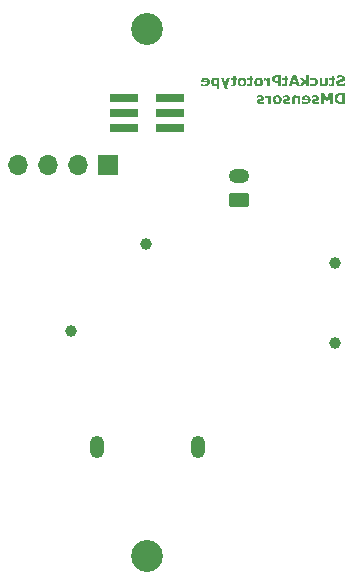
<source format=gbr>
%TF.GenerationSoftware,KiCad,Pcbnew,8.0.6*%
%TF.CreationDate,2024-10-17T17:53:17-05:00*%
%TF.ProjectId,racer,72616365-722e-46b6-9963-61645f706362,rev?*%
%TF.SameCoordinates,Original*%
%TF.FileFunction,Soldermask,Bot*%
%TF.FilePolarity,Negative*%
%FSLAX46Y46*%
G04 Gerber Fmt 4.6, Leading zero omitted, Abs format (unit mm)*
G04 Created by KiCad (PCBNEW 8.0.6) date 2024-10-17 17:53:17*
%MOMM*%
%LPD*%
G01*
G04 APERTURE LIST*
G04 Aperture macros list*
%AMRoundRect*
0 Rectangle with rounded corners*
0 $1 Rounding radius*
0 $2 $3 $4 $5 $6 $7 $8 $9 X,Y pos of 4 corners*
0 Add a 4 corners polygon primitive as box body*
4,1,4,$2,$3,$4,$5,$6,$7,$8,$9,$2,$3,0*
0 Add four circle primitives for the rounded corners*
1,1,$1+$1,$2,$3*
1,1,$1+$1,$4,$5*
1,1,$1+$1,$6,$7*
1,1,$1+$1,$8,$9*
0 Add four rect primitives between the rounded corners*
20,1,$1+$1,$2,$3,$4,$5,0*
20,1,$1+$1,$4,$5,$6,$7,0*
20,1,$1+$1,$6,$7,$8,$9,0*
20,1,$1+$1,$8,$9,$2,$3,0*%
G04 Aperture macros list end*
%ADD10C,0.101600*%
%ADD11C,2.700000*%
%ADD12RoundRect,0.250000X0.625000X-0.350000X0.625000X0.350000X-0.625000X0.350000X-0.625000X-0.350000X0*%
%ADD13O,1.750000X1.200000*%
%ADD14O,1.204000X1.904000*%
%ADD15R,1.700000X1.700000*%
%ADD16O,1.700000X1.700000*%
%ADD17C,1.000000*%
%ADD18R,2.400000X0.740000*%
G04 APERTURE END LIST*
D10*
G36*
X33979408Y43077527D02*
G01*
X33983415Y43029450D01*
X33995438Y42984886D01*
X34015476Y42943833D01*
X34043530Y42906291D01*
X34079598Y42872261D01*
X34093402Y42861697D01*
X34130951Y42837802D01*
X34172486Y42817957D01*
X34218007Y42802162D01*
X34267515Y42790417D01*
X34321009Y42782722D01*
X34366674Y42779482D01*
X34402598Y42778753D01*
X34450614Y42779709D01*
X34495865Y42782577D01*
X34544198Y42788195D01*
X34588920Y42796310D01*
X34599537Y42798729D01*
X34645945Y42810930D01*
X34690635Y42824813D01*
X34733608Y42840380D01*
X34756740Y42849755D01*
X34756740Y43070578D01*
X34731118Y43070578D01*
X34693677Y43042148D01*
X34654091Y43017218D01*
X34612361Y42995790D01*
X34568487Y42977863D01*
X34523866Y42963709D01*
X34480114Y42953599D01*
X34431931Y42947058D01*
X34395215Y42945510D01*
X34351750Y42947804D01*
X34339195Y42948984D01*
X34295673Y42956758D01*
X34282307Y42961144D01*
X34243673Y42982962D01*
X34238012Y42987851D01*
X34220913Y43028153D01*
X34220641Y43035837D01*
X34236147Y43076942D01*
X34246046Y43086646D01*
X34284299Y43108651D01*
X34320088Y43119650D01*
X34362831Y43129243D01*
X34407438Y43138262D01*
X34428654Y43142232D01*
X34473870Y43151808D01*
X34516720Y43163248D01*
X34535700Y43169156D01*
X34582866Y43186552D01*
X34623861Y43206442D01*
X34663155Y43232226D01*
X34697726Y43265127D01*
X34700937Y43269037D01*
X34725288Y43306878D01*
X34741670Y43349563D01*
X34750082Y43397091D01*
X34751312Y43425589D01*
X34747312Y43471026D01*
X34735312Y43513212D01*
X34715312Y43552145D01*
X34687312Y43587827D01*
X34651312Y43620257D01*
X34637535Y43630344D01*
X34600326Y43653239D01*
X34559948Y43672252D01*
X34516400Y43687386D01*
X34469681Y43698639D01*
X34419793Y43706012D01*
X34366735Y43709504D01*
X34344624Y43709815D01*
X34299827Y43708756D01*
X34255328Y43705581D01*
X34211128Y43700288D01*
X34167227Y43692878D01*
X34119756Y43682665D01*
X34076029Y43671077D01*
X34031835Y43656590D01*
X34015452Y43650320D01*
X34015452Y43445782D01*
X34040422Y43445782D01*
X34077173Y43470366D01*
X34118759Y43492279D01*
X34160320Y43509716D01*
X34175044Y43515047D01*
X34220143Y43528587D01*
X34265791Y43537696D01*
X34311989Y43542373D01*
X34337893Y43543057D01*
X34381740Y43540859D01*
X34396301Y43539149D01*
X34440231Y43528934D01*
X34452104Y43524601D01*
X34489866Y43500976D01*
X34493142Y43497677D01*
X34510078Y43456422D01*
X34495945Y43413758D01*
X34482720Y43401704D01*
X34442930Y43383628D01*
X34397058Y43371140D01*
X34378713Y43367180D01*
X34335764Y43358334D01*
X34291406Y43349040D01*
X34282741Y43347204D01*
X34237856Y43336626D01*
X34193208Y43323825D01*
X34183295Y43320714D01*
X34140220Y43304731D01*
X34097405Y43283615D01*
X34057412Y43256226D01*
X34029131Y43228650D01*
X34002910Y43188888D01*
X33987614Y43147301D01*
X33980185Y43100217D01*
X33979408Y43077527D01*
G37*
G36*
X33396843Y42785484D02*
G01*
X33440403Y42775593D01*
X33471971Y42770502D01*
X33516103Y42766268D01*
X33561932Y42764879D01*
X33569029Y42764857D01*
X33614845Y42766696D01*
X33662470Y42773493D01*
X33709215Y42787393D01*
X33747762Y42807834D01*
X33760105Y42817185D01*
X33790333Y42852634D01*
X33808898Y42894035D01*
X33818730Y42937897D01*
X33822578Y42988887D01*
X33822639Y42996753D01*
X33822639Y43320714D01*
X33912965Y43320714D01*
X33912965Y43473575D01*
X33822639Y43473575D01*
X33822639Y43668125D01*
X33602684Y43668125D01*
X33602684Y43473575D01*
X33396843Y43473575D01*
X33396843Y43320714D01*
X33602684Y43320714D01*
X33602684Y43076224D01*
X33602403Y43032559D01*
X33602033Y43012821D01*
X33594409Y42969860D01*
X33592262Y42964401D01*
X33563424Y42931107D01*
X33562080Y42930311D01*
X33518396Y42918505D01*
X33498895Y42917717D01*
X33455675Y42926887D01*
X33453949Y42927488D01*
X33415082Y42945510D01*
X33396843Y42945510D01*
X33396843Y42785484D01*
G37*
G36*
X32585855Y42792649D02*
G01*
X32805593Y42792649D01*
X32805593Y42859960D01*
X32842730Y42832989D01*
X32881279Y42808414D01*
X32917416Y42789175D01*
X32961783Y42773430D01*
X33008525Y42766020D01*
X33038358Y42764857D01*
X33085547Y42767994D01*
X33133370Y42779265D01*
X33174680Y42798732D01*
X33209475Y42826396D01*
X33213367Y42830430D01*
X33240155Y42867234D01*
X33259290Y42911855D01*
X33269754Y42957310D01*
X33274060Y43001035D01*
X33274598Y43024546D01*
X33274598Y43473575D01*
X33053557Y43473575D01*
X33053557Y43132678D01*
X33052842Y43087796D01*
X33050300Y43046042D01*
X33040820Y43002584D01*
X33034667Y42988937D01*
X33003785Y42957994D01*
X32999492Y42955933D01*
X32956135Y42946335D01*
X32933918Y42945510D01*
X32890313Y42950895D01*
X32871601Y42955933D01*
X32829735Y42972777D01*
X32805593Y42986548D01*
X32805593Y43473575D01*
X32585855Y43473575D01*
X32585855Y42792649D01*
G37*
G36*
X32025872Y42764857D02*
G01*
X32069841Y42766227D01*
X32116971Y42771046D01*
X32161627Y42779334D01*
X32190024Y42786787D01*
X32234434Y42802669D01*
X32275112Y42823173D01*
X32312059Y42848301D01*
X32319000Y42853881D01*
X32350552Y42884555D01*
X32377354Y42919851D01*
X32399407Y42959771D01*
X32403247Y42968309D01*
X32419049Y43013775D01*
X32428266Y43058647D01*
X32432743Y43107263D01*
X32433212Y43130072D01*
X32431217Y43177163D01*
X32425232Y43220942D01*
X32413730Y43266236D01*
X32401293Y43298567D01*
X32378728Y43340568D01*
X32351200Y43377820D01*
X32318711Y43410322D01*
X32311618Y43416252D01*
X32275223Y43441490D01*
X32235520Y43462104D01*
X32192509Y43478097D01*
X32183510Y43480740D01*
X32137518Y43491618D01*
X32090466Y43498467D01*
X32042353Y43501287D01*
X32032603Y43501368D01*
X31985669Y43499598D01*
X31941301Y43494287D01*
X31903193Y43486386D01*
X31859865Y43474030D01*
X31818796Y43459109D01*
X31792673Y43447736D01*
X31792673Y43265128D01*
X31823722Y43265128D01*
X31854555Y43285973D01*
X31893996Y43307084D01*
X31898850Y43309206D01*
X31941121Y43324123D01*
X31954002Y43327445D01*
X31997346Y43333764D01*
X32023484Y43334611D01*
X32069737Y43330248D01*
X32113596Y43315168D01*
X32149525Y43289315D01*
X32158757Y43279459D01*
X32183719Y43241266D01*
X32198280Y43200293D01*
X32205352Y43153068D01*
X32206092Y43130072D01*
X32203065Y43084258D01*
X32192426Y43039724D01*
X32171621Y42998943D01*
X32157671Y42981989D01*
X32123308Y42955424D01*
X32081014Y42938698D01*
X32036168Y42932057D01*
X32019793Y42931614D01*
X31975747Y42934087D01*
X31945099Y42939431D01*
X31902977Y42952125D01*
X31889731Y42957887D01*
X31853252Y42979166D01*
X31823722Y43001096D01*
X31792673Y43001096D01*
X31792673Y42816968D01*
X31835589Y42799175D01*
X31880011Y42784606D01*
X31901021Y42778970D01*
X31945041Y42770370D01*
X31988344Y42765973D01*
X32025872Y42764857D01*
G37*
G36*
X30923059Y42792649D02*
G01*
X31179058Y42792649D01*
X31371437Y43089252D01*
X31431148Y43017164D01*
X31431148Y42792649D01*
X31651103Y42792649D01*
X31651103Y43751504D01*
X31431148Y43751504D01*
X31431148Y43172847D01*
X31194257Y43473575D01*
X30940864Y43473575D01*
X31187526Y43180013D01*
X30923059Y42792649D01*
G37*
G36*
X30905472Y42792649D02*
G01*
X30669232Y42792649D01*
X30606264Y42973303D01*
X30269275Y42973303D01*
X30206307Y42792649D01*
X29963988Y42792649D01*
X30093098Y43140061D01*
X30325947Y43140061D01*
X30549592Y43140061D01*
X30437770Y43464890D01*
X30325947Y43140061D01*
X30093098Y43140061D01*
X30299674Y43695918D01*
X30569786Y43695918D01*
X30905472Y42792649D01*
G37*
G36*
X29412039Y42785484D02*
G01*
X29455598Y42775593D01*
X29487166Y42770502D01*
X29531298Y42766268D01*
X29577127Y42764879D01*
X29584224Y42764857D01*
X29630041Y42766696D01*
X29677666Y42773493D01*
X29724410Y42787393D01*
X29762958Y42807834D01*
X29775300Y42817185D01*
X29805529Y42852634D01*
X29824094Y42894035D01*
X29833926Y42937897D01*
X29837773Y42988887D01*
X29837834Y42996753D01*
X29837834Y43320714D01*
X29928161Y43320714D01*
X29928161Y43473575D01*
X29837834Y43473575D01*
X29837834Y43668125D01*
X29617880Y43668125D01*
X29617880Y43473575D01*
X29412039Y43473575D01*
X29412039Y43320714D01*
X29617880Y43320714D01*
X29617880Y43076224D01*
X29617599Y43032559D01*
X29617228Y43012821D01*
X29609605Y42969860D01*
X29607457Y42964401D01*
X29578620Y42931107D01*
X29577276Y42930311D01*
X29533592Y42918505D01*
X29514090Y42917717D01*
X29470871Y42926887D01*
X29469144Y42927488D01*
X29430278Y42945510D01*
X29412039Y42945510D01*
X29412039Y42785484D01*
G37*
G36*
X29272206Y42792649D02*
G01*
X29037703Y42792649D01*
X29037703Y43084475D01*
X28891790Y43084475D01*
X28861446Y43085143D01*
X28816225Y43088990D01*
X28770250Y43097406D01*
X28725250Y43111833D01*
X28716940Y43115356D01*
X28676864Y43136047D01*
X28639247Y43161870D01*
X28604091Y43192824D01*
X28587590Y43211080D01*
X28561631Y43249617D01*
X28543077Y43290533D01*
X28533672Y43319805D01*
X28524604Y43364375D01*
X28521972Y43403876D01*
X28764117Y43403876D01*
X28765114Y43380093D01*
X28774322Y43336131D01*
X28780103Y43322818D01*
X28806892Y43288579D01*
X28830317Y43272844D01*
X28872031Y43258615D01*
X28882026Y43256884D01*
X28925429Y43252450D01*
X28970609Y43251232D01*
X29037703Y43251232D01*
X29037703Y43529161D01*
X28997317Y43529161D01*
X28993716Y43529159D01*
X28948071Y43528827D01*
X28904601Y43527641D01*
X28876052Y43524184D01*
X28833165Y43511139D01*
X28816609Y43502407D01*
X28784962Y43471404D01*
X28772259Y43448676D01*
X28764117Y43403876D01*
X28521972Y43403876D01*
X28521581Y43409738D01*
X28524422Y43456659D01*
X28534111Y43503178D01*
X28550676Y43544360D01*
X28568982Y43574274D01*
X28599801Y43609190D01*
X28634489Y43636207D01*
X28655198Y43648589D01*
X28697186Y43667725D01*
X28740015Y43680936D01*
X28747558Y43682750D01*
X28792834Y43690636D01*
X28839559Y43694733D01*
X28886145Y43695918D01*
X29272206Y43695918D01*
X29272206Y42792649D01*
G37*
G36*
X27875179Y43251232D02*
G01*
X27894721Y43251232D01*
X27938164Y43261434D01*
X27940101Y43261654D01*
X27983677Y43265006D01*
X27991779Y43265128D01*
X28036128Y43263609D01*
X28074940Y43259049D01*
X28119656Y43249178D01*
X28152456Y43239073D01*
X28152456Y42792649D01*
X28372411Y42792649D01*
X28372411Y43473575D01*
X28152456Y43473575D01*
X28152456Y43372826D01*
X28117281Y43401284D01*
X28080564Y43426843D01*
X28039792Y43448798D01*
X28026086Y43454250D01*
X27983767Y43466762D01*
X27938500Y43473273D01*
X27927074Y43473575D01*
X27901018Y43472924D01*
X27875179Y43470970D01*
X27875179Y43251232D01*
G37*
G36*
X27439523Y43501272D02*
G01*
X27492167Y43497918D01*
X27541015Y43489771D01*
X27586068Y43476832D01*
X27627325Y43459101D01*
X27664787Y43436578D01*
X27704730Y43403224D01*
X27738453Y43363817D01*
X27765198Y43319205D01*
X27782156Y43278050D01*
X27794269Y43233281D01*
X27801537Y43184896D01*
X27803960Y43132895D01*
X27801553Y43081197D01*
X27794333Y43033040D01*
X27782300Y42988424D01*
X27765453Y42947349D01*
X27738883Y42902734D01*
X27705382Y42863217D01*
X27699143Y42857166D01*
X27658441Y42824891D01*
X27620242Y42803279D01*
X27578153Y42786469D01*
X27532173Y42774462D01*
X27482301Y42767258D01*
X27428539Y42764857D01*
X27417462Y42764953D01*
X27364417Y42768315D01*
X27315274Y42776479D01*
X27270032Y42789447D01*
X27228693Y42807217D01*
X27191254Y42829790D01*
X27151478Y42863217D01*
X27117977Y42902734D01*
X27091407Y42947349D01*
X27074561Y42988424D01*
X27062527Y43033040D01*
X27055307Y43081197D01*
X27052962Y43131592D01*
X27280672Y43131592D01*
X27280765Y43119348D01*
X27283332Y43072153D01*
X27291311Y43027152D01*
X27300818Y43000373D01*
X27323447Y42962664D01*
X27332106Y42952689D01*
X27369479Y42927923D01*
X27383226Y42923458D01*
X27426584Y42917717D01*
X27445542Y42918593D01*
X27488684Y42928791D01*
X27501780Y42935251D01*
X27535368Y42964401D01*
X27551018Y42989978D01*
X27565766Y43032146D01*
X27568209Y43042914D01*
X27574468Y43087526D01*
X27576188Y43131592D01*
X27576002Y43147317D01*
X27572818Y43193691D01*
X27564246Y43238204D01*
X27555086Y43265184D01*
X27532328Y43304864D01*
X27522270Y43315516D01*
X27484993Y43339822D01*
X27472182Y43343622D01*
X27428539Y43348507D01*
X27412864Y43347842D01*
X27369262Y43337868D01*
X27355976Y43331625D01*
X27322144Y43301824D01*
X27306707Y43276733D01*
X27291746Y43234947D01*
X27287982Y43218611D01*
X27282229Y43175032D01*
X27280672Y43131592D01*
X27052962Y43131592D01*
X27052901Y43132895D01*
X27055297Y43184536D01*
X27062485Y43232657D01*
X27074465Y43277258D01*
X27091238Y43318339D01*
X27117691Y43362991D01*
X27151044Y43402573D01*
X27163604Y43414536D01*
X27205110Y43445796D01*
X27244083Y43466539D01*
X27287043Y43482458D01*
X27333990Y43493553D01*
X27384922Y43499824D01*
X27428539Y43501368D01*
X27439523Y43501272D01*
G37*
G36*
X26461650Y42785484D02*
G01*
X26505210Y42775593D01*
X26536778Y42770502D01*
X26580910Y42766268D01*
X26626739Y42764879D01*
X26633836Y42764857D01*
X26679652Y42766696D01*
X26727278Y42773493D01*
X26774022Y42787393D01*
X26812570Y42807834D01*
X26824912Y42817185D01*
X26855141Y42852634D01*
X26873706Y42894035D01*
X26883538Y42937897D01*
X26887385Y42988887D01*
X26887446Y42996753D01*
X26887446Y43320714D01*
X26977773Y43320714D01*
X26977773Y43473575D01*
X26887446Y43473575D01*
X26887446Y43668125D01*
X26667491Y43668125D01*
X26667491Y43473575D01*
X26461650Y43473575D01*
X26461650Y43320714D01*
X26667491Y43320714D01*
X26667491Y43076224D01*
X26667211Y43032559D01*
X26666840Y43012821D01*
X26659217Y42969860D01*
X26657069Y42964401D01*
X26628232Y42931107D01*
X26626888Y42930311D01*
X26583204Y42918505D01*
X26563702Y42917717D01*
X26520483Y42926887D01*
X26518756Y42927488D01*
X26479889Y42945510D01*
X26461650Y42945510D01*
X26461650Y42785484D01*
G37*
G36*
X26019480Y43501272D02*
G01*
X26072124Y43497918D01*
X26120973Y43489771D01*
X26166025Y43476832D01*
X26207282Y43459101D01*
X26244744Y43436578D01*
X26284688Y43403224D01*
X26318410Y43363817D01*
X26345156Y43319205D01*
X26362114Y43278050D01*
X26374227Y43233281D01*
X26381495Y43184896D01*
X26383917Y43132895D01*
X26381510Y43081197D01*
X26374290Y43033040D01*
X26362257Y42988424D01*
X26345410Y42947349D01*
X26318840Y42902734D01*
X26285339Y42863217D01*
X26279100Y42857166D01*
X26238398Y42824891D01*
X26200200Y42803279D01*
X26158110Y42786469D01*
X26112130Y42774462D01*
X26062259Y42767258D01*
X26008496Y42764857D01*
X25997419Y42764953D01*
X25944374Y42768315D01*
X25895231Y42776479D01*
X25849990Y42789447D01*
X25808650Y42807217D01*
X25771212Y42829790D01*
X25731436Y42863217D01*
X25697935Y42902734D01*
X25671365Y42947349D01*
X25654518Y42988424D01*
X25642485Y43033040D01*
X25635265Y43081197D01*
X25632919Y43131592D01*
X25860629Y43131592D01*
X25860723Y43119348D01*
X25863289Y43072153D01*
X25871269Y43027152D01*
X25880775Y43000373D01*
X25903404Y42962664D01*
X25912064Y42952689D01*
X25949436Y42927923D01*
X25963183Y42923458D01*
X26006542Y42917717D01*
X26025500Y42918593D01*
X26068642Y42928791D01*
X26081737Y42935251D01*
X26115325Y42964401D01*
X26130975Y42989978D01*
X26145723Y43032146D01*
X26148166Y43042914D01*
X26154426Y43087526D01*
X26156146Y43131592D01*
X26155959Y43147317D01*
X26152775Y43193691D01*
X26144204Y43238204D01*
X26135044Y43265184D01*
X26112285Y43304864D01*
X26102228Y43315516D01*
X26064950Y43339822D01*
X26052140Y43343622D01*
X26008496Y43348507D01*
X25992822Y43347842D01*
X25949219Y43337868D01*
X25935933Y43331625D01*
X25902101Y43301824D01*
X25886665Y43276733D01*
X25871703Y43234947D01*
X25867940Y43218611D01*
X25862187Y43175032D01*
X25860629Y43131592D01*
X25632919Y43131592D01*
X25632858Y43132895D01*
X25635254Y43184536D01*
X25642442Y43232657D01*
X25654423Y43277258D01*
X25671195Y43318339D01*
X25697648Y43362991D01*
X25731002Y43402573D01*
X25743561Y43414536D01*
X25785067Y43445796D01*
X25824041Y43466539D01*
X25867001Y43482458D01*
X25913947Y43493553D01*
X25964880Y43499824D01*
X26008496Y43501368D01*
X26019480Y43501272D01*
G37*
G36*
X25041608Y42785484D02*
G01*
X25085167Y42775593D01*
X25116735Y42770502D01*
X25160867Y42766268D01*
X25206697Y42764879D01*
X25213793Y42764857D01*
X25259610Y42766696D01*
X25307235Y42773493D01*
X25353980Y42787393D01*
X25392527Y42807834D01*
X25404869Y42817185D01*
X25435098Y42852634D01*
X25453663Y42894035D01*
X25463495Y42937897D01*
X25467342Y42988887D01*
X25467403Y42996753D01*
X25467403Y43320714D01*
X25557730Y43320714D01*
X25557730Y43473575D01*
X25467403Y43473575D01*
X25467403Y43668125D01*
X25247449Y43668125D01*
X25247449Y43473575D01*
X25041608Y43473575D01*
X25041608Y43320714D01*
X25247449Y43320714D01*
X25247449Y43076224D01*
X25247168Y43032559D01*
X25246797Y43012821D01*
X25239174Y42969860D01*
X25237027Y42964401D01*
X25208189Y42931107D01*
X25206845Y42930311D01*
X25163161Y42918505D01*
X25143660Y42917717D01*
X25100440Y42926887D01*
X25098713Y42927488D01*
X25059847Y42945510D01*
X25041608Y42945510D01*
X25041608Y42785484D01*
G37*
G36*
X24604304Y43030192D02*
G01*
X24447969Y43473575D01*
X24221935Y43473575D01*
X24603001Y42542514D01*
X24841195Y42542514D01*
X24732629Y42792649D01*
X24999484Y43473575D01*
X24768673Y43473575D01*
X24604304Y43030192D01*
G37*
G36*
X23692771Y43499522D02*
G01*
X23739193Y43489833D01*
X23781157Y43471838D01*
X23810665Y43454474D01*
X23849474Y43428596D01*
X23884512Y43402139D01*
X23884512Y43473575D01*
X24104467Y43473575D01*
X24104467Y42542514D01*
X23884512Y42542514D01*
X23884512Y42812626D01*
X23881840Y42811211D01*
X23842226Y42792432D01*
X23800916Y42777450D01*
X23790385Y42774499D01*
X23746060Y42766935D01*
X23701470Y42764857D01*
X23670162Y42766431D01*
X23625083Y42774695D01*
X23582264Y42790044D01*
X23551925Y42805979D01*
X23514358Y42833103D01*
X23482818Y42863869D01*
X23455782Y42898641D01*
X23432595Y42939366D01*
X23414856Y42981554D01*
X23407349Y43004260D01*
X23397044Y43047053D01*
X23390861Y43092320D01*
X23388800Y43140061D01*
X23388806Y43140278D01*
X23615268Y43140278D01*
X23616313Y43108855D01*
X23622328Y43063916D01*
X23635486Y43021210D01*
X23658043Y42983508D01*
X23663564Y42977224D01*
X23700144Y42949909D01*
X23742527Y42935719D01*
X23788105Y42931614D01*
X23794199Y42931651D01*
X23837611Y42934002D01*
X23842267Y42934544D01*
X23884512Y42945293D01*
X23884512Y43297264D01*
X23863578Y43308653D01*
X23821761Y43324840D01*
X23801303Y43329992D01*
X23757490Y43334611D01*
X23727093Y43332398D01*
X23683831Y43318306D01*
X23649575Y43288362D01*
X23641535Y43275978D01*
X23624951Y43232898D01*
X23617413Y43187802D01*
X23615268Y43140278D01*
X23388806Y43140278D01*
X23389913Y43181058D01*
X23394433Y43229136D01*
X23402432Y43273695D01*
X23416620Y43322519D01*
X23435816Y43366275D01*
X23460019Y43404961D01*
X23483607Y43432735D01*
X23521332Y43463709D01*
X23564543Y43485457D01*
X23613240Y43497979D01*
X23659346Y43501368D01*
X23692771Y43499522D01*
G37*
G36*
X22916970Y43500974D02*
G01*
X22970240Y43496547D01*
X23019747Y43487200D01*
X23065490Y43472934D01*
X23107469Y43453748D01*
X23145684Y43429643D01*
X23180136Y43400619D01*
X23192731Y43387745D01*
X23220662Y43353112D01*
X23243515Y43314981D01*
X23261289Y43273350D01*
X23273985Y43228221D01*
X23281603Y43179593D01*
X23284142Y43127467D01*
X23283713Y43106012D01*
X23278885Y43055104D01*
X23268692Y43008099D01*
X23253134Y42964995D01*
X23232212Y42925792D01*
X23205925Y42890491D01*
X23174274Y42859092D01*
X23137581Y42831944D01*
X23096170Y42809397D01*
X23050041Y42791452D01*
X22999194Y42778108D01*
X22955120Y42770746D01*
X22908026Y42766329D01*
X22857912Y42764857D01*
X22852932Y42764870D01*
X22804620Y42766473D01*
X22759022Y42770748D01*
X22712000Y42778536D01*
X22699549Y42781209D01*
X22656971Y42792269D01*
X22612738Y42806637D01*
X22571515Y42822397D01*
X22571515Y43001096D01*
X22596051Y43001096D01*
X22619484Y42984306D01*
X22657515Y42962881D01*
X22699189Y42944208D01*
X22740461Y42930238D01*
X22786840Y42920848D01*
X22834245Y42917717D01*
X22867275Y42918852D01*
X22914698Y42925386D01*
X22960068Y42939680D01*
X23000568Y42964184D01*
X23010701Y42973259D01*
X23037944Y43008746D01*
X23055137Y43052291D01*
X23062016Y43098371D01*
X22558705Y43098371D01*
X22558705Y43175019D01*
X22559445Y43204007D01*
X22561381Y43223439D01*
X22777356Y43223439D01*
X23062668Y43223439D01*
X23060232Y43243056D01*
X23045714Y43285874D01*
X23016853Y43318760D01*
X23000677Y43328869D01*
X22956819Y43344324D01*
X22912412Y43348507D01*
X22895877Y43348015D01*
X22849914Y43339621D01*
X22811663Y43317023D01*
X22804003Y43308721D01*
X22783856Y43268947D01*
X22777356Y43223439D01*
X22561381Y43223439D01*
X22563970Y43249427D01*
X22574830Y43299160D01*
X22591614Y43343686D01*
X22614321Y43383007D01*
X22642952Y43417121D01*
X22665313Y43436866D01*
X22703728Y43461548D01*
X22747989Y43480306D01*
X22798098Y43493141D01*
X22844323Y43499311D01*
X22894608Y43501368D01*
X22916970Y43500974D01*
G37*
G36*
X34707451Y41299129D02*
G01*
X34386747Y41299129D01*
X34340568Y41299878D01*
X34291252Y41302565D01*
X34245627Y41307206D01*
X34198711Y41314763D01*
X34174189Y41320310D01*
X34131627Y41333287D01*
X34091091Y41350111D01*
X34052581Y41370783D01*
X34030912Y41384859D01*
X33995293Y41412970D01*
X33962605Y41445508D01*
X33932846Y41482471D01*
X33906017Y41523861D01*
X33883428Y41568816D01*
X33866386Y41616285D01*
X33856196Y41658975D01*
X33850081Y41703511D01*
X33848043Y41749895D01*
X33848103Y41751415D01*
X34090579Y41751415D01*
X34090843Y41734694D01*
X34094793Y41687599D01*
X34104742Y41640669D01*
X34120544Y41599423D01*
X34145172Y41560102D01*
X34177857Y41526631D01*
X34214562Y41501279D01*
X34247573Y41486021D01*
X34290992Y41473486D01*
X34326564Y41468855D01*
X34370170Y41466488D01*
X34413672Y41465887D01*
X34472949Y41465887D01*
X34472949Y42035641D01*
X34413672Y42035641D01*
X34390924Y42035482D01*
X34343942Y42033802D01*
X34300329Y42029127D01*
X34267751Y42021414D01*
X34226721Y42005025D01*
X34218022Y42000411D01*
X34179006Y41974084D01*
X34147454Y41942328D01*
X34123366Y41905145D01*
X34115682Y41888778D01*
X34100953Y41844300D01*
X34093173Y41799919D01*
X34090579Y41751415D01*
X33848103Y41751415D01*
X33849944Y41797796D01*
X33855646Y41843299D01*
X33865150Y41886406D01*
X33881042Y41933668D01*
X33902109Y41977667D01*
X33916250Y42001253D01*
X33944000Y42039524D01*
X33975574Y42073971D01*
X34010972Y42104596D01*
X34050193Y42131396D01*
X34057161Y42135596D01*
X34099091Y42156514D01*
X34142509Y42172324D01*
X34185900Y42183942D01*
X34196089Y42186177D01*
X34239238Y42193675D01*
X34286213Y42198866D01*
X34330455Y42201515D01*
X34377628Y42202398D01*
X34707451Y42202398D01*
X34707451Y41299129D01*
G37*
G36*
X32721346Y41299129D02*
G01*
X32954762Y41299129D01*
X32954762Y41902322D01*
X33123257Y41507576D01*
X33285020Y41507576D01*
X33453514Y41902322D01*
X33453514Y41299129D01*
X33674772Y41299129D01*
X33674772Y42202398D01*
X33402271Y42202398D01*
X33197733Y41746638D01*
X32993846Y42202398D01*
X32721346Y42202398D01*
X32721346Y41299129D01*
G37*
G36*
X31911444Y41511919D02*
G01*
X31916005Y41466616D01*
X31929689Y41425325D01*
X31952495Y41388044D01*
X31984424Y41354773D01*
X32006765Y41337562D01*
X32044976Y41315056D01*
X32088118Y41297206D01*
X32136191Y41284013D01*
X32180020Y41276575D01*
X32227272Y41272371D01*
X32267540Y41271337D01*
X32312283Y41272409D01*
X32360055Y41276178D01*
X32405114Y41282661D01*
X32433646Y41288490D01*
X32477331Y41299571D01*
X32518772Y41312594D01*
X32553286Y41326488D01*
X32553286Y41507576D01*
X32533092Y41507576D01*
X32495094Y41483909D01*
X32454571Y41464372D01*
X32433646Y41456116D01*
X32392234Y41442559D01*
X32356130Y41433534D01*
X32311184Y41426532D01*
X32266286Y41424207D01*
X32263197Y41424197D01*
X32219401Y41426121D01*
X32175731Y41434671D01*
X32167442Y41437877D01*
X32136939Y41470235D01*
X32136175Y41478263D01*
X32154631Y41515176D01*
X32195310Y41530589D01*
X32224114Y41537323D01*
X32268358Y41545887D01*
X32290556Y41549483D01*
X32335052Y41557704D01*
X32366335Y41565333D01*
X32410101Y41579447D01*
X32452102Y41599477D01*
X32489787Y41626890D01*
X32505082Y41642632D01*
X32530795Y41681811D01*
X32545835Y41727096D01*
X32550246Y41773563D01*
X32544383Y41821807D01*
X32526795Y41865789D01*
X32497483Y41905511D01*
X32462216Y41936772D01*
X32456445Y41940971D01*
X32418857Y41963699D01*
X32376445Y41981724D01*
X32329209Y41995047D01*
X32286160Y42002558D01*
X32239761Y42006803D01*
X32200229Y42007848D01*
X32152804Y42006321D01*
X32106608Y42001741D01*
X32061642Y41994108D01*
X32052797Y41992214D01*
X32007924Y41981334D01*
X31964288Y41967746D01*
X31942494Y41958993D01*
X31942494Y41785505D01*
X31961384Y41785505D01*
X31999979Y41807011D01*
X32042483Y41825281D01*
X32072990Y41835662D01*
X32116162Y41846665D01*
X32159692Y41853100D01*
X32199578Y41854987D01*
X32242925Y41852327D01*
X32286957Y41841946D01*
X32289253Y41841091D01*
X32323248Y41813651D01*
X32325514Y41801573D01*
X32309012Y41763575D01*
X32268184Y41746475D01*
X32231496Y41737519D01*
X32187476Y41729190D01*
X32159191Y41724274D01*
X32115398Y41715846D01*
X32081241Y41707772D01*
X32036081Y41692730D01*
X31994283Y41671101D01*
X31958493Y41641334D01*
X31953133Y41635250D01*
X31929398Y41598439D01*
X31915515Y41555778D01*
X31911444Y41511919D01*
G37*
G36*
X31451990Y42007454D02*
G01*
X31505261Y42003027D01*
X31554767Y41993680D01*
X31600510Y41979414D01*
X31642489Y41960228D01*
X31680705Y41936123D01*
X31715156Y41907099D01*
X31727751Y41894225D01*
X31755682Y41859592D01*
X31778535Y41821461D01*
X31796310Y41779830D01*
X31809006Y41734701D01*
X31816623Y41686073D01*
X31819163Y41633947D01*
X31818733Y41612492D01*
X31813905Y41561584D01*
X31803712Y41514579D01*
X31788155Y41471475D01*
X31767233Y41432272D01*
X31740946Y41396971D01*
X31709294Y41365572D01*
X31672601Y41338424D01*
X31631190Y41315877D01*
X31585061Y41297932D01*
X31534214Y41284588D01*
X31490140Y41277226D01*
X31443046Y41272809D01*
X31392933Y41271337D01*
X31387952Y41271350D01*
X31339640Y41272953D01*
X31294043Y41277228D01*
X31247020Y41285016D01*
X31234569Y41287689D01*
X31191991Y41298749D01*
X31147759Y41313117D01*
X31106536Y41328877D01*
X31106536Y41507576D01*
X31131072Y41507576D01*
X31154505Y41490786D01*
X31192535Y41469361D01*
X31234209Y41450688D01*
X31275481Y41436718D01*
X31321860Y41427328D01*
X31369265Y41424197D01*
X31402295Y41425332D01*
X31449718Y41431866D01*
X31495088Y41446160D01*
X31535588Y41470664D01*
X31545721Y41479739D01*
X31572965Y41515226D01*
X31590157Y41558771D01*
X31597037Y41604851D01*
X31093725Y41604851D01*
X31093725Y41681499D01*
X31094465Y41710487D01*
X31096401Y41729919D01*
X31312377Y41729919D01*
X31597688Y41729919D01*
X31595253Y41749536D01*
X31580734Y41792354D01*
X31551873Y41825240D01*
X31535698Y41835349D01*
X31491840Y41850804D01*
X31447433Y41854987D01*
X31430897Y41854495D01*
X31384934Y41846101D01*
X31346684Y41823503D01*
X31339023Y41815201D01*
X31318877Y41775427D01*
X31312377Y41729919D01*
X31096401Y41729919D01*
X31098990Y41755907D01*
X31109850Y41805640D01*
X31126634Y41850166D01*
X31149341Y41889487D01*
X31177972Y41923601D01*
X31200333Y41943346D01*
X31238748Y41968028D01*
X31283010Y41986786D01*
X31333119Y41999621D01*
X31379343Y42005791D01*
X31429628Y42007848D01*
X31451990Y42007454D01*
G37*
G36*
X30254293Y41299129D02*
G01*
X30475333Y41299129D01*
X30475333Y41640027D01*
X30476559Y41684029D01*
X30479676Y41722754D01*
X30487293Y41766028D01*
X30494224Y41783768D01*
X30525714Y41814711D01*
X30530051Y41816772D01*
X30573407Y41826370D01*
X30595624Y41827194D01*
X30639147Y41822147D01*
X30656421Y41817423D01*
X30696998Y41800630D01*
X30723298Y41786156D01*
X30723298Y41299129D01*
X30943253Y41299129D01*
X30943253Y41980055D01*
X30723298Y41980055D01*
X30723298Y41912744D01*
X30687102Y41939415D01*
X30648316Y41963904D01*
X30610607Y41983312D01*
X30568378Y41998264D01*
X30522790Y42006314D01*
X30490533Y42007848D01*
X30444307Y42004731D01*
X30397152Y41993535D01*
X30356050Y41974197D01*
X30321000Y41946716D01*
X30317044Y41942708D01*
X30289591Y41906122D01*
X30269981Y41861501D01*
X30259257Y41815868D01*
X30254845Y41771858D01*
X30254293Y41748158D01*
X30254293Y41299129D01*
G37*
G36*
X29461327Y41511919D02*
G01*
X29465889Y41466616D01*
X29479572Y41425325D01*
X29502379Y41388044D01*
X29534308Y41354773D01*
X29556648Y41337562D01*
X29594859Y41315056D01*
X29638002Y41297206D01*
X29686075Y41284013D01*
X29729903Y41276575D01*
X29777156Y41272371D01*
X29817424Y41271337D01*
X29862166Y41272409D01*
X29909939Y41276178D01*
X29954998Y41282661D01*
X29983530Y41288490D01*
X30027215Y41299571D01*
X30068656Y41312594D01*
X30103169Y41326488D01*
X30103169Y41507576D01*
X30082976Y41507576D01*
X30044978Y41483909D01*
X30004455Y41464372D01*
X29983530Y41456116D01*
X29942118Y41442559D01*
X29906014Y41433534D01*
X29861067Y41426532D01*
X29816169Y41424207D01*
X29813081Y41424197D01*
X29769285Y41426121D01*
X29725614Y41434671D01*
X29717326Y41437877D01*
X29686822Y41470235D01*
X29686059Y41478263D01*
X29704515Y41515176D01*
X29745193Y41530589D01*
X29773997Y41537323D01*
X29818241Y41545887D01*
X29840440Y41549483D01*
X29884936Y41557704D01*
X29916219Y41565333D01*
X29959984Y41579447D01*
X30001986Y41599477D01*
X30039670Y41626890D01*
X30054966Y41642632D01*
X30080679Y41681811D01*
X30095719Y41727096D01*
X30100129Y41773563D01*
X30094267Y41821807D01*
X30076679Y41865789D01*
X30047366Y41905511D01*
X30012099Y41936772D01*
X30006328Y41940971D01*
X29968741Y41963699D01*
X29926329Y41981724D01*
X29879093Y41995047D01*
X29836044Y42002558D01*
X29789644Y42006803D01*
X29750113Y42007848D01*
X29702687Y42006321D01*
X29656492Y42001741D01*
X29611526Y41994108D01*
X29602680Y41992214D01*
X29557808Y41981334D01*
X29514172Y41967746D01*
X29492377Y41958993D01*
X29492377Y41785505D01*
X29511268Y41785505D01*
X29549863Y41807011D01*
X29592367Y41825281D01*
X29622874Y41835662D01*
X29666045Y41846665D01*
X29709576Y41853100D01*
X29749461Y41854987D01*
X29792809Y41852327D01*
X29836841Y41841946D01*
X29839137Y41841091D01*
X29873132Y41813651D01*
X29875398Y41801573D01*
X29858896Y41763575D01*
X29818067Y41746475D01*
X29781380Y41737519D01*
X29737360Y41729190D01*
X29709075Y41724274D01*
X29665281Y41715846D01*
X29631125Y41707772D01*
X29585965Y41692730D01*
X29544167Y41671101D01*
X29508377Y41641334D01*
X29503017Y41635250D01*
X29479282Y41598439D01*
X29465399Y41555778D01*
X29461327Y41511919D01*
G37*
G36*
X29004610Y42007752D02*
G01*
X29057253Y42004398D01*
X29106102Y41996251D01*
X29151155Y41983312D01*
X29192412Y41965581D01*
X29229873Y41943058D01*
X29269817Y41909704D01*
X29303540Y41870297D01*
X29330285Y41825685D01*
X29347243Y41784530D01*
X29359356Y41739761D01*
X29366624Y41691376D01*
X29369046Y41639375D01*
X29366640Y41587677D01*
X29359420Y41539520D01*
X29347386Y41494904D01*
X29330539Y41453829D01*
X29303970Y41409214D01*
X29270469Y41369697D01*
X29264230Y41363646D01*
X29223528Y41331371D01*
X29185329Y41309759D01*
X29143240Y41292949D01*
X29097259Y41280942D01*
X29047388Y41273738D01*
X28993625Y41271337D01*
X28982548Y41271433D01*
X28929504Y41274795D01*
X28880361Y41282959D01*
X28835119Y41295927D01*
X28793779Y41313697D01*
X28756341Y41336270D01*
X28716565Y41369697D01*
X28683064Y41409214D01*
X28656494Y41453829D01*
X28639647Y41494904D01*
X28627614Y41539520D01*
X28620394Y41587677D01*
X28618048Y41638072D01*
X28845759Y41638072D01*
X28845852Y41625828D01*
X28848418Y41578633D01*
X28856398Y41533632D01*
X28865904Y41506853D01*
X28888534Y41469144D01*
X28897193Y41459169D01*
X28934565Y41434403D01*
X28948313Y41429938D01*
X28991671Y41424197D01*
X29010629Y41425073D01*
X29053771Y41435271D01*
X29066867Y41441731D01*
X29100454Y41470881D01*
X29116105Y41496458D01*
X29130853Y41538626D01*
X29133295Y41549394D01*
X29139555Y41594006D01*
X29141275Y41638072D01*
X29141088Y41653797D01*
X29137905Y41700171D01*
X29129333Y41744684D01*
X29120173Y41771664D01*
X29097414Y41811344D01*
X29087357Y41821996D01*
X29050080Y41846302D01*
X29037269Y41850102D01*
X28993625Y41854987D01*
X28977951Y41854322D01*
X28934348Y41844348D01*
X28921063Y41838105D01*
X28887231Y41808304D01*
X28871794Y41783213D01*
X28856832Y41741427D01*
X28853069Y41725091D01*
X28847316Y41681512D01*
X28845759Y41638072D01*
X28618048Y41638072D01*
X28617987Y41639375D01*
X28620383Y41691016D01*
X28627572Y41739137D01*
X28639552Y41783738D01*
X28656325Y41824819D01*
X28682777Y41869471D01*
X28716131Y41909053D01*
X28728691Y41921016D01*
X28770197Y41952276D01*
X28809170Y41973019D01*
X28852130Y41988938D01*
X28899076Y42000033D01*
X28950009Y42006304D01*
X28993625Y42007848D01*
X29004610Y42007752D01*
G37*
G36*
X27968111Y41757712D02*
G01*
X27987653Y41757712D01*
X28031096Y41767914D01*
X28033034Y41768134D01*
X28076610Y41771486D01*
X28084711Y41771608D01*
X28129060Y41770089D01*
X28167873Y41765529D01*
X28212589Y41755658D01*
X28245389Y41745553D01*
X28245389Y41299129D01*
X28465343Y41299129D01*
X28465343Y41980055D01*
X28245389Y41980055D01*
X28245389Y41879306D01*
X28210213Y41907764D01*
X28173496Y41933323D01*
X28132725Y41955278D01*
X28119018Y41960730D01*
X28076699Y41973242D01*
X28031433Y41979753D01*
X28020006Y41980055D01*
X27993950Y41979404D01*
X27968111Y41977450D01*
X27968111Y41757712D01*
G37*
G36*
X27250925Y41511919D02*
G01*
X27255486Y41466616D01*
X27269170Y41425325D01*
X27291976Y41388044D01*
X27323905Y41354773D01*
X27346246Y41337562D01*
X27384457Y41315056D01*
X27427599Y41297206D01*
X27475672Y41284013D01*
X27519501Y41276575D01*
X27566753Y41272371D01*
X27607021Y41271337D01*
X27651764Y41272409D01*
X27699536Y41276178D01*
X27744595Y41282661D01*
X27773127Y41288490D01*
X27816812Y41299571D01*
X27858253Y41312594D01*
X27892767Y41326488D01*
X27892767Y41507576D01*
X27872573Y41507576D01*
X27834575Y41483909D01*
X27794052Y41464372D01*
X27773127Y41456116D01*
X27731715Y41442559D01*
X27695611Y41433534D01*
X27650665Y41426532D01*
X27605767Y41424207D01*
X27602678Y41424197D01*
X27558882Y41426121D01*
X27515212Y41434671D01*
X27506923Y41437877D01*
X27476420Y41470235D01*
X27475656Y41478263D01*
X27494113Y41515176D01*
X27534791Y41530589D01*
X27563595Y41537323D01*
X27607839Y41545887D01*
X27630037Y41549483D01*
X27674533Y41557704D01*
X27705816Y41565333D01*
X27749582Y41579447D01*
X27791583Y41599477D01*
X27829268Y41626890D01*
X27844563Y41642632D01*
X27870277Y41681811D01*
X27885316Y41727096D01*
X27889727Y41773563D01*
X27883864Y41821807D01*
X27866277Y41865789D01*
X27836964Y41905511D01*
X27801697Y41936772D01*
X27795926Y41940971D01*
X27758338Y41963699D01*
X27715926Y41981724D01*
X27668690Y41995047D01*
X27625641Y42002558D01*
X27579242Y42006803D01*
X27539710Y42007848D01*
X27492285Y42006321D01*
X27446089Y42001741D01*
X27401123Y41994108D01*
X27392278Y41992214D01*
X27347406Y41981334D01*
X27303769Y41967746D01*
X27281975Y41958993D01*
X27281975Y41785505D01*
X27300865Y41785505D01*
X27339460Y41807011D01*
X27381964Y41825281D01*
X27412471Y41835662D01*
X27455643Y41846665D01*
X27499174Y41853100D01*
X27539059Y41854987D01*
X27582406Y41852327D01*
X27626438Y41841946D01*
X27628734Y41841091D01*
X27662729Y41813651D01*
X27664995Y41801573D01*
X27648493Y41763575D01*
X27607665Y41746475D01*
X27570977Y41737519D01*
X27526957Y41729190D01*
X27498672Y41724274D01*
X27454879Y41715846D01*
X27420722Y41707772D01*
X27375562Y41692730D01*
X27333764Y41671101D01*
X27297975Y41641334D01*
X27292614Y41635250D01*
X27268879Y41598439D01*
X27254996Y41555778D01*
X27250925Y41511919D01*
G37*
D11*
%TO.C,REF\u002A\u002A*%
X18008600Y47599600D03*
%TD*%
D12*
%TO.C,J12*%
X25739000Y33163000D03*
D13*
X25739000Y35163000D03*
%TD*%
D14*
%TO.C,P1*%
X13764000Y12231600D03*
X22304000Y12231600D03*
%TD*%
D15*
%TO.C,J11*%
X14706600Y36144200D03*
D16*
X12166600Y36144200D03*
X9626600Y36144200D03*
X7086600Y36144200D03*
%TD*%
D11*
%TO.C,REF\u002A\u002A*%
X18008600Y2997200D03*
%TD*%
D17*
%TO.C,S1*%
X33858200Y21009400D03*
X33858200Y27809400D03*
%TD*%
%TO.C,TP6*%
X17907000Y29438600D03*
%TD*%
D18*
%TO.C,J9*%
X19927400Y41757600D03*
X16027400Y41757600D03*
X19927400Y40487600D03*
X16027400Y40487600D03*
X19927400Y39217600D03*
X16027400Y39217600D03*
%TD*%
D17*
%TO.C,TP1*%
X11557000Y22021800D03*
%TD*%
M02*

</source>
